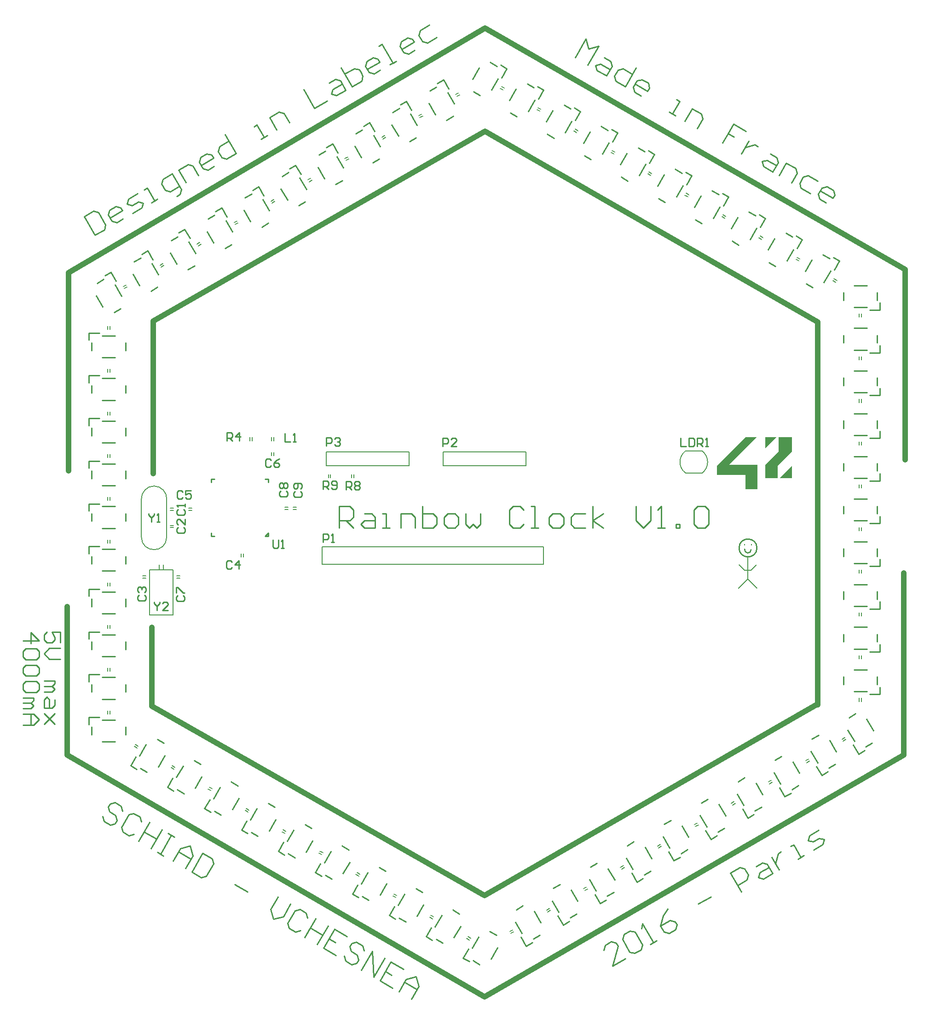
<source format=gto>
%FSLAX25Y25*%
%MOIN*%
G70*
G01*
G75*
G04 Layer_Color=65535*
%ADD10R,0.01969X0.05906*%
%ADD11R,0.05906X0.01969*%
G04:AMPARAMS|DCode=12|XSize=59.06mil|YSize=35.43mil|CornerRadius=0mil|HoleSize=0mil|Usage=FLASHONLY|Rotation=120.000|XOffset=0mil|YOffset=0mil|HoleType=Round|Shape=Rectangle|*
%AMROTATEDRECTD12*
4,1,4,0.03011,-0.01671,-0.00058,-0.03443,-0.03011,0.01671,0.00058,0.03443,0.03011,-0.01671,0.0*
%
%ADD12ROTATEDRECTD12*%

%ADD13R,0.05906X0.03543*%
G04:AMPARAMS|DCode=14|XSize=59.06mil|YSize=35.43mil|CornerRadius=0mil|HoleSize=0mil|Usage=FLASHONLY|Rotation=240.000|XOffset=0mil|YOffset=0mil|HoleType=Round|Shape=Rectangle|*
%AMROTATEDRECTD14*
4,1,4,-0.00058,0.03443,0.03011,0.01671,0.00058,-0.03443,-0.03011,-0.01671,-0.00058,0.03443,0.0*
%
%ADD14ROTATEDRECTD14*%

%ADD15R,0.03543X0.03150*%
G04:AMPARAMS|DCode=16|XSize=35.43mil|YSize=31.5mil|CornerRadius=0mil|HoleSize=0mil|Usage=FLASHONLY|Rotation=300.000|XOffset=0mil|YOffset=0mil|HoleType=Round|Shape=Rectangle|*
%AMROTATEDRECTD16*
4,1,4,-0.02250,0.00747,0.00478,0.02322,0.02250,-0.00747,-0.00478,-0.02322,-0.02250,0.00747,0.0*
%
%ADD16ROTATEDRECTD16*%

G04:AMPARAMS|DCode=17|XSize=35.43mil|YSize=31.5mil|CornerRadius=0mil|HoleSize=0mil|Usage=FLASHONLY|Rotation=60.000|XOffset=0mil|YOffset=0mil|HoleType=Round|Shape=Rectangle|*
%AMROTATEDRECTD17*
4,1,4,0.00478,-0.02322,-0.02250,-0.00747,-0.00478,0.02322,0.02250,0.00747,0.00478,-0.02322,0.0*
%
%ADD17ROTATEDRECTD17*%

%ADD18R,0.03150X0.03543*%
%ADD19C,0.01181*%
%ADD20C,0.01000*%
%ADD21C,0.03937*%
%ADD22C,0.02756*%
%ADD23C,0.01969*%
%ADD24C,0.11811*%
%ADD25C,0.07874*%
%ADD26C,0.06000*%
%ADD27C,0.07087*%
%ADD28C,0.05512*%
%ADD29C,0.12795*%
%ADD30C,0.15748*%
%ADD31C,0.17716*%
%ADD32C,0.11221*%
%ADD33C,0.05000*%
%ADD34R,0.09843X0.06299*%
%ADD35R,0.24803X0.22441*%
%ADD36C,0.01575*%
%ADD37C,0.00787*%
G36*
X222183Y44556D02*
X211783Y34156D01*
X211783Y25356D01*
X202983D01*
X202983Y34956D01*
X203783Y35756D01*
X212583Y44556D01*
X212583Y54956D01*
X222183D01*
X222183Y44556D01*
D02*
G37*
G36*
X195783Y54156D02*
X194983Y53356D01*
X194183Y52556D01*
X177383Y35756D01*
X176582Y34956D01*
X177383Y34956D01*
X197383D01*
Y17356D01*
X188583D01*
Y27756D01*
X167783D01*
X167783Y34156D01*
X168583Y34956D01*
X187783Y54156D01*
X188583Y54956D01*
X196583D01*
X195783Y54156D01*
D02*
G37*
G36*
X202983Y46956D02*
Y54956D01*
X210983D01*
X202983Y46956D01*
D02*
G37*
G36*
X222183Y25356D02*
X213383D01*
X222183Y34156D01*
X222183Y25356D01*
D02*
G37*
D20*
X187981Y-26215D02*
G03*
X192685Y-26302I2348J-261D01*
G01*
X196897Y-25197D02*
G03*
X196897Y-25197I-6470J0D01*
G01*
X-159252Y-16634D02*
X-156988Y-14370D01*
X-198327Y-16634D02*
X-196063D01*
X-198327D02*
Y-14370D01*
Y22441D02*
Y24705D01*
X-196063D01*
X-159252D02*
X-156988D01*
Y22441D02*
Y24705D01*
Y-16634D02*
Y-14370D01*
X-159252Y-16634D02*
X-156988D01*
X-30217Y313554D02*
X-26477Y307076D01*
X-34650Y310995D02*
X-30217Y313554D01*
X-27198Y304387D02*
X-22473Y296204D01*
X-40836Y296513D02*
X-36112Y288330D01*
X-27939Y284411D02*
X-23166Y287167D01*
X-40144Y305550D02*
X-35370Y308306D01*
X-56982Y298101D02*
X-53242Y291623D01*
X-61415Y295542D02*
X-56982Y298101D01*
X-53963Y288934D02*
X-49238Y280751D01*
X-67601Y281060D02*
X-62877Y272877D01*
X-54704Y268958D02*
X-49931Y271714D01*
X-66909Y290097D02*
X-62135Y292853D01*
X-83747Y282648D02*
X-80007Y276170D01*
X-88180Y280089D02*
X-83747Y282648D01*
X-80728Y273481D02*
X-76003Y265298D01*
X-94366Y265607D02*
X-89642Y257424D01*
X-81469Y253505D02*
X-76696Y256261D01*
X-93674Y274644D02*
X-88900Y277400D01*
X-110512Y267196D02*
X-106772Y260718D01*
X-114945Y264637D02*
X-110512Y267196D01*
X-107493Y258029D02*
X-102768Y249846D01*
X-121131Y250154D02*
X-116407Y241971D01*
X-108234Y238052D02*
X-103461Y240808D01*
X-120439Y259192D02*
X-115665Y261947D01*
X-137277Y251743D02*
X-133537Y245265D01*
X-141710Y249184D02*
X-137277Y251743D01*
X-134258Y242576D02*
X-129533Y234393D01*
X-147896Y234702D02*
X-143172Y226519D01*
X-134999Y222600D02*
X-130226Y225356D01*
X-147204Y243739D02*
X-142430Y246495D01*
X-164042Y236290D02*
X-160302Y229812D01*
X-168475Y233731D02*
X-164042Y236290D01*
X-161023Y227123D02*
X-156298Y218940D01*
X-174661Y219249D02*
X-169936Y211066D01*
X-161764Y207147D02*
X-156991Y209903D01*
X-173969Y228286D02*
X-169195Y231042D01*
X-190807Y220837D02*
X-187067Y214359D01*
X-195240Y218278D02*
X-190807Y220837D01*
X-187788Y211670D02*
X-183063Y203487D01*
X-201426Y203796D02*
X-196701Y195613D01*
X-188529Y191694D02*
X-183755Y194450D01*
X-200733Y212833D02*
X-195960Y215589D01*
X-217572Y205385D02*
X-213832Y198906D01*
X-222005Y202825D02*
X-217572Y205385D01*
X-214553Y196217D02*
X-209828Y188034D01*
X-228191Y188343D02*
X-223466Y180160D01*
X-215294Y176241D02*
X-210520Y178997D01*
X-227499Y197381D02*
X-222725Y200136D01*
X-244337Y189932D02*
X-240597Y183454D01*
X-248770Y187373D02*
X-244337Y189932D01*
X-241318Y180765D02*
X-236593Y172582D01*
X-254956Y172891D02*
X-250231Y164708D01*
X-242059Y160789D02*
X-237285Y163545D01*
X-254263Y181928D02*
X-249490Y184684D01*
X-271102Y174479D02*
X-267362Y168001D01*
X-275535Y171920D02*
X-271102Y174479D01*
X-268082Y165312D02*
X-263358Y157129D01*
X-281721Y157438D02*
X-276996Y149255D01*
X-268824Y145336D02*
X-264050Y148092D01*
X-281028Y166475D02*
X-276255Y169231D01*
X-286910Y130413D02*
X-279429D01*
X-286910Y125295D02*
Y130413D01*
X-277461Y128445D02*
X-268012D01*
X-277461Y112697D02*
X-268012D01*
X-260531Y117815D02*
Y123327D01*
X-284941Y117815D02*
Y123327D01*
X-286910Y99508D02*
X-279429D01*
X-286910Y94390D02*
Y99508D01*
X-277461Y97539D02*
X-268012D01*
X-277461Y81791D02*
X-268012D01*
X-260531Y86909D02*
Y92421D01*
X-284941Y86909D02*
Y92421D01*
X-286910Y68602D02*
X-279429D01*
X-286910Y63484D02*
Y68602D01*
X-277461Y66634D02*
X-268012D01*
X-277461Y50886D02*
X-268012D01*
X-260531Y56004D02*
Y61516D01*
X-284941Y56004D02*
Y61516D01*
X-286910Y37697D02*
X-279429D01*
X-286910Y32579D02*
Y37697D01*
X-277461Y35728D02*
X-268012D01*
X-277461Y19980D02*
X-268012D01*
X-260531Y25098D02*
Y30610D01*
X-284941Y25098D02*
Y30610D01*
X-286910Y6791D02*
X-279429D01*
X-286910Y1673D02*
Y6791D01*
X-277461Y4823D02*
X-268012D01*
X-277461Y-10925D02*
X-268012D01*
X-260531Y-5807D02*
Y-295D01*
X-284941Y-5807D02*
Y-295D01*
X-286910Y-24114D02*
X-279429D01*
X-286910Y-29232D02*
Y-24114D01*
X-277461Y-26083D02*
X-268012D01*
X-277461Y-41831D02*
X-268012D01*
X-260531Y-36713D02*
Y-31201D01*
X-284941Y-36713D02*
Y-31201D01*
X-286910Y-55020D02*
X-279429D01*
X-286910Y-60138D02*
Y-55020D01*
X-277461Y-56988D02*
X-268012D01*
X-277461Y-72736D02*
X-268012D01*
X-260531Y-67618D02*
Y-62106D01*
X-284941Y-67618D02*
Y-62106D01*
X-286910Y-85925D02*
X-279429D01*
X-286910Y-91043D02*
Y-85925D01*
X-277461Y-87894D02*
X-268012D01*
X-277461Y-103642D02*
X-268012D01*
X-260531Y-98524D02*
Y-93012D01*
X-284941Y-98524D02*
Y-93012D01*
X-286910Y-116831D02*
X-279429D01*
X-286910Y-121949D02*
Y-116831D01*
X-277461Y-118799D02*
X-268012D01*
X-277461Y-134547D02*
X-268012D01*
X-260531Y-129429D02*
Y-123917D01*
X-284941Y-129429D02*
Y-123917D01*
X-286910Y-147736D02*
X-279429D01*
X-286910Y-152854D02*
Y-147736D01*
X-277461Y-149705D02*
X-268012D01*
X-277461Y-165453D02*
X-268012D01*
X-260531Y-160335D02*
Y-154823D01*
X-284941Y-160335D02*
Y-154823D01*
X-256790Y-182845D02*
X-253050Y-176367D01*
X-256790Y-182845D02*
X-252358Y-185404D01*
X-250361Y-175647D02*
X-245637Y-167464D01*
X-236723Y-183521D02*
X-231999Y-175338D01*
X-237464Y-163545D02*
X-232691Y-166300D01*
X-249669Y-184684D02*
X-244896Y-187440D01*
X-230025Y-198298D02*
X-226285Y-191820D01*
X-230025Y-198298D02*
X-225593Y-200857D01*
X-223596Y-191099D02*
X-218872Y-182916D01*
X-209958Y-198973D02*
X-205234Y-190790D01*
X-210699Y-178997D02*
X-205926Y-181753D01*
X-222904Y-200136D02*
X-218131Y-202892D01*
X-203260Y-213751D02*
X-199520Y-207273D01*
X-203260Y-213751D02*
X-198828Y-216310D01*
X-196831Y-206552D02*
X-192107Y-198369D01*
X-183193Y-214426D02*
X-178469Y-206243D01*
X-183934Y-194450D02*
X-179161Y-197206D01*
X-196139Y-215589D02*
X-191366Y-218345D01*
X-176496Y-229204D02*
X-172755Y-222725D01*
X-176496Y-229204D02*
X-172063Y-231763D01*
X-170066Y-222005D02*
X-165342Y-213822D01*
X-156428Y-229879D02*
X-151704Y-221696D01*
X-157169Y-209903D02*
X-152396Y-212659D01*
X-169374Y-231042D02*
X-164601Y-233798D01*
X-149731Y-244656D02*
X-145990Y-238178D01*
X-149731Y-244656D02*
X-145298Y-247215D01*
X-143301Y-237458D02*
X-138577Y-229275D01*
X-129663Y-245332D02*
X-124939Y-237149D01*
X-130404Y-225356D02*
X-125631Y-228112D01*
X-142609Y-246495D02*
X-137836Y-249251D01*
X-122966Y-260109D02*
X-119225Y-253631D01*
X-122966Y-260109D02*
X-118533Y-262668D01*
X-116536Y-252910D02*
X-111812Y-244727D01*
X-102898Y-260784D02*
X-98174Y-252602D01*
X-103639Y-240808D02*
X-98866Y-243564D01*
X-115844Y-261948D02*
X-111071Y-264703D01*
X-96201Y-275562D02*
X-92461Y-269084D01*
X-96201Y-275562D02*
X-91768Y-278121D01*
X-89771Y-268363D02*
X-85047Y-260180D01*
X-76133Y-276237D02*
X-71409Y-268054D01*
X-76875Y-256261D02*
X-72101Y-259017D01*
X-89079Y-277400D02*
X-84306Y-280156D01*
X-69436Y-291015D02*
X-65696Y-284536D01*
X-69436Y-291015D02*
X-65003Y-293574D01*
X-63007Y-283816D02*
X-58282Y-275633D01*
X-49368Y-291690D02*
X-44644Y-283507D01*
X-50109Y-271714D02*
X-45336Y-274470D01*
X-62314Y-292853D02*
X-57541Y-295609D01*
X-42671Y-306467D02*
X-38931Y-299989D01*
X-42671Y-306467D02*
X-38238Y-309026D01*
X-36241Y-299269D02*
X-31517Y-291086D01*
X-22603Y-307143D02*
X-17879Y-298960D01*
X-23345Y-287167D02*
X-18571Y-289923D01*
X-35549Y-308306D02*
X-30776Y-311062D01*
X-15906Y-321920D02*
X-12166Y-315442D01*
X-15906Y-321920D02*
X-11473Y-324479D01*
X-9477Y-314721D02*
X-4752Y-306539D01*
X4162Y-322595D02*
X8886Y-314412D01*
X3420Y-302619D02*
X8194Y-305375D01*
X-8784Y-323759D02*
X-4011Y-326515D01*
X25948Y-306843D02*
X29689Y-313321D01*
X34121Y-310762D01*
X21945Y-295971D02*
X26669Y-304154D01*
X35583Y-288097D02*
X40307Y-296280D01*
X22637Y-286934D02*
X27410Y-284178D01*
X34841Y-308073D02*
X39615Y-305317D01*
X52713Y-291391D02*
X56454Y-297869D01*
X60886Y-295310D01*
X48709Y-280519D02*
X53434Y-288702D01*
X62348Y-272645D02*
X67072Y-280827D01*
X49402Y-271481D02*
X54175Y-268725D01*
X61606Y-292621D02*
X66380Y-289865D01*
X79478Y-275938D02*
X83218Y-282416D01*
X87651Y-279857D01*
X75474Y-265066D02*
X80199Y-273249D01*
X89113Y-257192D02*
X93837Y-265375D01*
X76167Y-256029D02*
X80940Y-253273D01*
X88371Y-277168D02*
X93145Y-274412D01*
X106243Y-260485D02*
X109983Y-266963D01*
X114416Y-264404D01*
X102239Y-249613D02*
X106964Y-257796D01*
X115877Y-241739D02*
X120602Y-249922D01*
X102932Y-240576D02*
X107705Y-237820D01*
X115136Y-261715D02*
X119910Y-258959D01*
X133008Y-245032D02*
X136748Y-251511D01*
X141181Y-248951D01*
X129004Y-234160D02*
X133729Y-242343D01*
X142642Y-226286D02*
X147367Y-234469D01*
X129697Y-225123D02*
X134470Y-222367D01*
X141901Y-246262D02*
X146675Y-243507D01*
X159773Y-229580D02*
X163513Y-236058D01*
X167946Y-233499D01*
X155769Y-218708D02*
X160494Y-226890D01*
X169407Y-210834D02*
X174132Y-219017D01*
X156462Y-209670D02*
X161235Y-206914D01*
X168666Y-230810D02*
X173440Y-228054D01*
X186538Y-214127D02*
X190278Y-220605D01*
X194711Y-218046D01*
X182534Y-203255D02*
X187259Y-211438D01*
X196172Y-195381D02*
X200897Y-203564D01*
X183227Y-194218D02*
X188000Y-191462D01*
X195431Y-215357D02*
X200205Y-212601D01*
X213303Y-198674D02*
X217043Y-205152D01*
X221476Y-202593D01*
X209299Y-187802D02*
X214024Y-195985D01*
X222937Y-179928D02*
X227662Y-188111D01*
X209991Y-178765D02*
X214765Y-176009D01*
X222196Y-199904D02*
X226970Y-197148D01*
X240083Y-183213D02*
X243823Y-189691D01*
X248255Y-187132D01*
X236079Y-172341D02*
X240803Y-180524D01*
X249717Y-164467D02*
X254441Y-172650D01*
X236771Y-163304D02*
X241544Y-160548D01*
X248976Y-184443D02*
X253749Y-181687D01*
X266771Y-167804D02*
X270512Y-174282D01*
X274944Y-171723D01*
X262768Y-156932D02*
X267492Y-165115D01*
X276406Y-149058D02*
X281130Y-157241D01*
X263460Y-147895D02*
X268233Y-145139D01*
X275664Y-169034D02*
X280438Y-166278D01*
X278543Y-131102D02*
X286024D01*
Y-125984D01*
X267126Y-129134D02*
X276575D01*
X267126Y-113386D02*
X276575D01*
X259646Y-124016D02*
Y-118504D01*
X284055Y-124016D02*
Y-118504D01*
X278543Y-100197D02*
X286024D01*
Y-95079D01*
X267126Y-98228D02*
X276575D01*
X267126Y-82480D02*
X276575D01*
X259646Y-93110D02*
Y-87598D01*
X284055Y-93110D02*
Y-87598D01*
X278543Y-69291D02*
X286024D01*
Y-64173D01*
X267126Y-67323D02*
X276575D01*
X267126Y-51575D02*
X276575D01*
X259646Y-62205D02*
Y-56693D01*
X284055Y-62205D02*
Y-56693D01*
X278543Y-38386D02*
X286024D01*
Y-33268D01*
X267126Y-36417D02*
X276575D01*
X267126Y-20669D02*
X276575D01*
X259646Y-31299D02*
Y-25787D01*
X284055Y-31299D02*
Y-25787D01*
X278543Y-7480D02*
X286024D01*
Y-2362D01*
X267126Y-5512D02*
X276575D01*
X267126Y10236D02*
X276575D01*
X259646Y-394D02*
Y5118D01*
X284055Y-394D02*
Y5118D01*
X278543Y23425D02*
X286024D01*
Y28543D01*
X267126Y25394D02*
X276575D01*
X267126Y41142D02*
X276575D01*
X259646Y30512D02*
Y36024D01*
X284055Y30512D02*
Y36024D01*
X278543Y54331D02*
X286024D01*
Y59449D01*
X267126Y56299D02*
X276575D01*
X267126Y72047D02*
X276575D01*
X259646Y61417D02*
Y66929D01*
X284055Y61417D02*
Y66929D01*
X278543Y85236D02*
X286024D01*
Y90354D01*
X267126Y87205D02*
X276575D01*
X267126Y102953D02*
X276575D01*
X259646Y92323D02*
Y97835D01*
X284055Y92323D02*
Y97835D01*
X278543Y116142D02*
X286024D01*
Y121260D01*
X267126Y118110D02*
X276575D01*
X267126Y133858D02*
X276575D01*
X259646Y123228D02*
Y128740D01*
X284055Y123228D02*
Y128740D01*
X278543Y147047D02*
X286024D01*
Y152165D01*
X267126Y149016D02*
X276575D01*
X267126Y164764D02*
X276575D01*
X259646Y154134D02*
Y159646D01*
X284055Y154134D02*
Y159646D01*
X252850Y176017D02*
X256590Y182495D01*
X252157Y185054D02*
X256590Y182495D01*
X245436Y167114D02*
X250161Y175297D01*
X231798Y174988D02*
X236523Y183171D01*
X232490Y165951D02*
X237264Y163195D01*
X244695Y187090D02*
X249468Y184334D01*
X225999Y191519D02*
X229740Y197997D01*
X225307Y200556D02*
X229740Y197997D01*
X218586Y182616D02*
X223310Y190798D01*
X204948Y190490D02*
X209672Y198673D01*
X205640Y181452D02*
X210414Y178697D01*
X217845Y202592D02*
X222618Y199836D01*
X199235Y206972D02*
X202975Y213450D01*
X198542Y216009D02*
X202975Y213450D01*
X191821Y198068D02*
X196546Y206251D01*
X178183Y205942D02*
X182907Y214125D01*
X178875Y196905D02*
X183649Y194149D01*
X191080Y218044D02*
X195853Y215288D01*
X172555Y222375D02*
X176295Y228854D01*
X171863Y231413D02*
X176295Y228854D01*
X165141Y213472D02*
X169866Y221655D01*
X151503Y221346D02*
X156228Y229529D01*
X152196Y212309D02*
X156969Y209553D01*
X164400Y233448D02*
X169174Y230692D01*
X145875Y237779D02*
X149615Y244257D01*
X145183Y246816D02*
X149615Y244257D01*
X138462Y228875D02*
X143186Y237058D01*
X124823Y236750D02*
X129548Y244932D01*
X125516Y227712D02*
X130289Y224956D01*
X137721Y248851D02*
X142494Y246096D01*
X119025Y253281D02*
X122765Y259759D01*
X118333Y262318D02*
X122765Y259759D01*
X111611Y244377D02*
X116336Y252560D01*
X97973Y252252D02*
X102698Y260434D01*
X98665Y243214D02*
X103439Y240458D01*
X110870Y264353D02*
X115644Y261598D01*
X92226Y268753D02*
X95966Y275232D01*
X91534Y277790D02*
X95966Y275232D01*
X84812Y259850D02*
X89537Y268033D01*
X71174Y267724D02*
X75899Y275907D01*
X71867Y258687D02*
X76640Y255931D01*
X84071Y279826D02*
X88845Y277070D01*
X65376Y284255D02*
X69116Y290733D01*
X64683Y293292D02*
X69116Y290733D01*
X57962Y275352D02*
X62687Y283535D01*
X44324Y283226D02*
X49049Y291409D01*
X45016Y274189D02*
X49790Y271433D01*
X57221Y295328D02*
X61994Y292572D01*
X38631Y299697D02*
X42371Y306175D01*
X37938Y308734D02*
X42371Y306175D01*
X31217Y290793D02*
X35941Y298976D01*
X17579Y298667D02*
X22303Y306850D01*
X18271Y289630D02*
X23044Y286874D01*
X30476Y310769D02*
X35249Y308013D01*
X11870Y315147D02*
X15610Y321625D01*
X11178Y324184D02*
X15610Y321625D01*
X4457Y306243D02*
X9181Y314426D01*
X-9181Y314117D02*
X-4457Y322300D01*
X-8489Y305080D02*
X-3716Y302324D01*
X3716Y326219D02*
X8489Y323463D01*
X141731Y54356D02*
Y48358D01*
X145730D01*
X147729Y54356D02*
Y48358D01*
X150728D01*
X151728Y49358D01*
Y53356D01*
X150728Y54356D01*
X147729D01*
X153727Y48358D02*
Y54356D01*
X156726D01*
X157726Y53356D01*
Y51357D01*
X156726Y50357D01*
X153727D01*
X155727D02*
X157726Y48358D01*
X159725D02*
X161725D01*
X160725D01*
Y54356D01*
X159725Y53356D01*
X-222498Y2499D02*
X-223498Y1499D01*
Y-500D01*
X-222498Y-1500D01*
X-218500D01*
X-217500Y-500D01*
Y1499D01*
X-218500Y2499D01*
X-217500Y4498D02*
Y6497D01*
Y5498D01*
X-223498D01*
X-222498Y4498D01*
Y-10501D02*
X-223498Y-11501D01*
Y-13500D01*
X-222498Y-14500D01*
X-218500D01*
X-217500Y-13500D01*
Y-11501D01*
X-218500Y-10501D01*
X-217500Y-4503D02*
Y-8502D01*
X-221499Y-4503D01*
X-222498D01*
X-223498Y-5503D01*
Y-7502D01*
X-222498Y-8502D01*
X-250865Y-59387D02*
X-251864Y-60387D01*
Y-62386D01*
X-250865Y-63386D01*
X-246866D01*
X-245866Y-62386D01*
Y-60387D01*
X-246866Y-59387D01*
X-250865Y-57388D02*
X-251864Y-56388D01*
Y-54389D01*
X-250865Y-53389D01*
X-249865D01*
X-248865Y-54389D01*
Y-55388D01*
Y-54389D01*
X-247866Y-53389D01*
X-246866D01*
X-245866Y-54389D01*
Y-56388D01*
X-246866Y-57388D01*
X-183403Y-35258D02*
X-184403Y-34258D01*
X-186402D01*
X-187402Y-35258D01*
Y-39256D01*
X-186402Y-40256D01*
X-184403D01*
X-183403Y-39256D01*
X-178404Y-40256D02*
Y-34258D01*
X-181404Y-37257D01*
X-177405D01*
X-219033Y15333D02*
X-220033Y16333D01*
X-222032D01*
X-223031Y15333D01*
Y11334D01*
X-222032Y10335D01*
X-220033D01*
X-219033Y11334D01*
X-213035Y16333D02*
X-217033D01*
Y13334D01*
X-215034Y14333D01*
X-214034D01*
X-213035Y13334D01*
Y11334D01*
X-214034Y10335D01*
X-216034D01*
X-217033Y11334D01*
X-155155Y38364D02*
X-156155Y39364D01*
X-158154D01*
X-159153Y38364D01*
Y34366D01*
X-158154Y33366D01*
X-156155D01*
X-155155Y34366D01*
X-149157Y39364D02*
X-151156Y38364D01*
X-153156Y36365D01*
Y34366D01*
X-152156Y33366D01*
X-150156D01*
X-149157Y34366D01*
Y35366D01*
X-150156Y36365D01*
X-153156D01*
X-222715Y-59781D02*
X-223715Y-60781D01*
Y-62780D01*
X-222715Y-63779D01*
X-218716D01*
X-217717Y-62780D01*
Y-60781D01*
X-218716Y-59781D01*
X-223715Y-57781D02*
Y-53783D01*
X-222715D01*
X-218716Y-57781D01*
X-217717D01*
X-148014Y15965D02*
X-149014Y14965D01*
Y12966D01*
X-148014Y11966D01*
X-144015D01*
X-143016Y12966D01*
Y14965D01*
X-144015Y15965D01*
X-148014Y17964D02*
X-149014Y18964D01*
Y20963D01*
X-148014Y21963D01*
X-147014D01*
X-146015Y20963D01*
X-145015Y21963D01*
X-144015D01*
X-143016Y20963D01*
Y18964D01*
X-144015Y17964D01*
X-145015D01*
X-146015Y18964D01*
X-147014Y17964D01*
X-148014D01*
X-146015Y18964D02*
Y20963D01*
X-137682Y15766D02*
X-138681Y14767D01*
Y12767D01*
X-137682Y11768D01*
X-133683D01*
X-132684Y12767D01*
Y14767D01*
X-133683Y15766D01*
Y17766D02*
X-132684Y18766D01*
Y20765D01*
X-133683Y21765D01*
X-137682D01*
X-138681Y20765D01*
Y18766D01*
X-137682Y17766D01*
X-136682D01*
X-135682Y18766D01*
Y21765D01*
X-145079Y57671D02*
Y51673D01*
X-141080D01*
X-139081D02*
X-137081D01*
X-138081D01*
Y57671D01*
X-139081Y56672D01*
X-30569Y48280D02*
Y54278D01*
X-27570D01*
X-26571Y53278D01*
Y51279D01*
X-27570Y50279D01*
X-30569D01*
X-20572Y48280D02*
X-24571D01*
X-20572Y52278D01*
Y53278D01*
X-21572Y54278D01*
X-23572D01*
X-24571Y53278D01*
X-115100Y48800D02*
Y54798D01*
X-112101D01*
X-111101Y53798D01*
Y51799D01*
X-112101Y50799D01*
X-115100D01*
X-109102Y53798D02*
X-108102Y54798D01*
X-106103D01*
X-105103Y53798D01*
Y52799D01*
X-106103Y51799D01*
X-107103D01*
X-106103D01*
X-105103Y50799D01*
Y49800D01*
X-106103Y48800D01*
X-108102D01*
X-109102Y49800D01*
X-187001Y52461D02*
Y58459D01*
X-184002D01*
X-183002Y57459D01*
Y55460D01*
X-184002Y54460D01*
X-187001D01*
X-185001D02*
X-183002Y52461D01*
X-178004D02*
Y58459D01*
X-181003Y55460D01*
X-177004D01*
X-100787Y17126D02*
Y23124D01*
X-97788D01*
X-96789Y22124D01*
Y20125D01*
X-97788Y19125D01*
X-100787D01*
X-98788D02*
X-96789Y17126D01*
X-94789Y22124D02*
X-93790Y23124D01*
X-91790D01*
X-90791Y22124D01*
Y21125D01*
X-91790Y20125D01*
X-90791Y19125D01*
Y18126D01*
X-91790Y17126D01*
X-93790D01*
X-94789Y18126D01*
Y19125D01*
X-93790Y20125D01*
X-94789Y21125D01*
Y22124D01*
X-93790Y20125D02*
X-91790D01*
X-117421Y17224D02*
Y23223D01*
X-114422D01*
X-113423Y22223D01*
Y20223D01*
X-114422Y19224D01*
X-117421D01*
X-115422D02*
X-113423Y17224D01*
X-111423Y18224D02*
X-110424Y17224D01*
X-108424D01*
X-107424Y18224D01*
Y22223D01*
X-108424Y23223D01*
X-110424D01*
X-111423Y22223D01*
Y21223D01*
X-110424Y20223D01*
X-107424D01*
X-153740Y-19199D02*
Y-24197D01*
X-152741Y-25197D01*
X-150741D01*
X-149741Y-24197D01*
Y-19199D01*
X-147742Y-25197D02*
X-145743D01*
X-146742D01*
Y-19199D01*
X-147742Y-20199D01*
X-243701Y-301D02*
Y-1301D01*
X-241701Y-3300D01*
X-239702Y-1301D01*
Y-301D01*
X-241701Y-3300D02*
Y-6299D01*
X-237703D02*
X-235703D01*
X-236703D01*
Y-301D01*
X-237703Y-1301D01*
X-239620Y-64454D02*
Y-65454D01*
X-237620Y-67453D01*
X-235621Y-65454D01*
Y-64454D01*
X-237620Y-67453D02*
Y-70452D01*
X-229623D02*
X-233622D01*
X-229623Y-66453D01*
Y-65454D01*
X-230623Y-64454D01*
X-232622D01*
X-233622Y-65454D01*
X-117500Y-20900D02*
Y-14902D01*
X-114501D01*
X-113501Y-15902D01*
Y-17901D01*
X-114501Y-18901D01*
X-117500D01*
X-111502Y-20900D02*
X-109503D01*
X-110502D01*
Y-14902D01*
X-111502Y-15902D01*
X-334842Y-92222D02*
X-323035D01*
X-328939Y-86319D01*
Y-94190D01*
X-325003Y-98126D02*
X-323035Y-100094D01*
Y-104030D01*
X-325003Y-105998D01*
X-332875D01*
X-334842Y-104030D01*
Y-100094D01*
X-332875Y-98126D01*
X-325003D01*
Y-109933D02*
X-323035Y-111901D01*
Y-115837D01*
X-325003Y-117805D01*
X-332875D01*
X-334842Y-115837D01*
Y-111901D01*
X-332875Y-109933D01*
X-325003D01*
Y-121740D02*
X-323035Y-123708D01*
Y-127644D01*
X-325003Y-129612D01*
X-332875D01*
X-334842Y-127644D01*
Y-123708D01*
X-332875Y-121740D01*
X-325003D01*
X-334842Y-133548D02*
X-326971D01*
Y-135516D01*
X-328939Y-137483D01*
X-334842D01*
X-328939D01*
X-326971Y-139451D01*
X-328939Y-141419D01*
X-334842D01*
Y-145355D02*
X-326971D01*
X-323035Y-149291D01*
X-326971Y-153226D01*
X-334842D01*
X-328939D01*
Y-145355D01*
X-307681Y-93797D02*
Y-85925D01*
X-313585D01*
X-311617Y-89861D01*
Y-91829D01*
X-313585Y-93797D01*
X-317520D01*
X-319488Y-91829D01*
Y-87893D01*
X-317520Y-85925D01*
X-307681Y-97732D02*
X-315552D01*
X-319488Y-101668D01*
X-315552Y-105604D01*
X-307681D01*
X-319488Y-121347D02*
X-311617D01*
Y-123315D01*
X-313585Y-125283D01*
X-319488D01*
X-313585D01*
X-311617Y-127250D01*
X-313585Y-129218D01*
X-319488D01*
X-311617Y-135122D02*
Y-139058D01*
X-313585Y-141025D01*
X-319488D01*
Y-135122D01*
X-317520Y-133154D01*
X-315552Y-135122D01*
Y-141025D01*
X-311617Y-144961D02*
X-319488Y-152833D01*
X-315552Y-148897D01*
X-311617Y-152833D01*
X-319488Y-144961D01*
X-262698Y-215540D02*
X-263658Y-211955D01*
X-268203Y-209332D01*
X-271787Y-210292D01*
X-273099Y-212564D01*
X-272138Y-216149D01*
X-267594Y-218772D01*
X-266633Y-222357D01*
X-267945Y-224629D01*
X-271530Y-225589D01*
X-276074Y-222966D01*
X-277034Y-219381D01*
X-249064Y-223411D02*
X-250024Y-219827D01*
X-254569Y-217203D01*
X-258153Y-218163D01*
X-263401Y-227253D01*
X-262440Y-230837D01*
X-257896Y-233461D01*
X-254312Y-232500D01*
X-243207Y-223763D02*
X-251079Y-237397D01*
X-247143Y-230580D01*
X-238054Y-235827D01*
X-234118Y-229010D01*
X-241990Y-242644D01*
X-229574Y-231634D02*
X-225029Y-234258D01*
X-227301Y-232946D01*
X-235173Y-246580D01*
X-237445Y-245268D01*
X-232901Y-247892D01*
X-226084Y-251828D02*
X-220836Y-242738D01*
X-213667Y-240817D01*
X-211747Y-247986D01*
X-216994Y-257075D01*
X-213059Y-250258D01*
X-222148Y-245011D01*
X-204578Y-246065D02*
X-212450Y-259699D01*
X-205633Y-263635D01*
X-202049Y-262674D01*
X-196801Y-253585D01*
X-197761Y-250001D01*
X-204578Y-246065D01*
X-181246Y-268625D02*
X-172157Y-273873D01*
X-150043Y-277551D02*
X-155291Y-286640D01*
X-153370Y-293809D01*
X-146202Y-291888D01*
X-140954Y-282799D01*
X-128632Y-292943D02*
X-129593Y-289358D01*
X-134137Y-286735D01*
X-137721Y-287695D01*
X-142969Y-296784D01*
X-142009Y-300368D01*
X-137464Y-302992D01*
X-133880Y-302032D01*
X-122776Y-293294D02*
X-130647Y-306928D01*
X-126711Y-300111D01*
X-117622Y-305359D01*
X-113686Y-298542D01*
X-121558Y-312175D01*
X-100053Y-306413D02*
X-109142Y-301166D01*
X-117013Y-314799D01*
X-107924Y-320047D01*
X-113078Y-307982D02*
X-108533Y-310606D01*
X-87731Y-316557D02*
X-88691Y-312973D01*
X-93236Y-310349D01*
X-96820Y-311309D01*
X-98132Y-313582D01*
X-97171Y-317166D01*
X-92627Y-319790D01*
X-91667Y-323374D01*
X-92978Y-325646D01*
X-96563Y-326606D01*
X-101107Y-323983D01*
X-102068Y-320398D01*
X-89746Y-330542D02*
X-81874Y-316908D01*
X-80657Y-335790D01*
X-72785Y-322156D01*
X-59151Y-330028D02*
X-68240Y-324780D01*
X-76112Y-338414D01*
X-67023Y-343661D01*
X-72176Y-331597D02*
X-67632Y-334221D01*
X-62478Y-346285D02*
X-57231Y-337196D01*
X-50062Y-335275D01*
X-48141Y-342444D01*
X-53389Y-351533D01*
X-49453Y-344716D01*
X-58542Y-339468D01*
X101511Y-322410D02*
X92421Y-327658D01*
X96263Y-313321D01*
X94951Y-311048D01*
X91367Y-310088D01*
X86822Y-312712D01*
X85862Y-316296D01*
X99496Y-308424D02*
X100456Y-304840D01*
X105000Y-302217D01*
X108585Y-303177D01*
X113832Y-312266D01*
X112872Y-315850D01*
X108327Y-318474D01*
X104743Y-317514D01*
X99496Y-308424D01*
X119689Y-311914D02*
X124233Y-309291D01*
X121961Y-310603D01*
X114090Y-296969D01*
X113129Y-300553D01*
X132268Y-286473D02*
X129035Y-291370D01*
X127115Y-298538D01*
X129738Y-303083D01*
X133323Y-304043D01*
X137867Y-301419D01*
X138828Y-297835D01*
X137516Y-295563D01*
X133932Y-294602D01*
X127115Y-298538D01*
X154382Y-282795D02*
X163471Y-277548D01*
X185585Y-273869D02*
X177714Y-260235D01*
X184531Y-256300D01*
X188115Y-257260D01*
X190739Y-261805D01*
X189778Y-265389D01*
X182962Y-269324D01*
X196244Y-255596D02*
X200788Y-252973D01*
X204373Y-253933D01*
X208308Y-260750D01*
X201492Y-264686D01*
X197907Y-263725D01*
X198868Y-260141D01*
X205685Y-256205D01*
X207605Y-249037D02*
X212853Y-258126D01*
X210229Y-253582D01*
X211190Y-249997D01*
X212150Y-246413D01*
X214422Y-245101D01*
X226487Y-250255D02*
X231031Y-247631D01*
X228759Y-248943D01*
X223512Y-239854D01*
X221239Y-241165D01*
X237848Y-243695D02*
X244665Y-239759D01*
X245626Y-236175D01*
X242041Y-235215D01*
X237497Y-237839D01*
X233913Y-236878D01*
X234873Y-233294D01*
X241690Y-229358D01*
X-105807Y-10728D02*
Y5015D01*
X-97936D01*
X-95312Y2391D01*
Y-2857D01*
X-97936Y-5481D01*
X-105807D01*
X-100559D02*
X-95312Y-10728D01*
X-87440Y-233D02*
X-82193D01*
X-79569Y-2857D01*
Y-10728D01*
X-87440D01*
X-90064Y-8105D01*
X-87440Y-5481D01*
X-79569D01*
X-74321Y-10728D02*
X-69074D01*
X-71697D01*
Y-233D01*
X-74321D01*
X-61202Y-10728D02*
Y-233D01*
X-53331D01*
X-50707Y-2857D01*
Y-10728D01*
X-45459Y5015D02*
Y-10728D01*
X-37588D01*
X-34964Y-8105D01*
Y-5481D01*
Y-2857D01*
X-37588Y-233D01*
X-45459D01*
X-27092Y-10728D02*
X-21845D01*
X-19221Y-8105D01*
Y-2857D01*
X-21845Y-233D01*
X-27092D01*
X-29716Y-2857D01*
Y-8105D01*
X-27092Y-10728D01*
X-13973Y-233D02*
Y-8105D01*
X-11349Y-10728D01*
X-8726Y-8105D01*
X-6102Y-10728D01*
X-3478Y-8105D01*
Y-233D01*
X28008Y2391D02*
X25384Y5015D01*
X20136D01*
X17513Y2391D01*
Y-8105D01*
X20136Y-10728D01*
X25384D01*
X28008Y-8105D01*
X33255Y-10728D02*
X38503D01*
X35879D01*
Y5015D01*
X33255D01*
X48998Y-10728D02*
X54246D01*
X56870Y-8105D01*
Y-2857D01*
X54246Y-233D01*
X48998D01*
X46375Y-2857D01*
Y-8105D01*
X48998Y-10728D01*
X72613Y-233D02*
X64741D01*
X62118Y-2857D01*
Y-8105D01*
X64741Y-10728D01*
X72613D01*
X77861D02*
Y5015D01*
Y-5481D02*
X85732Y-233D01*
X77861Y-5481D02*
X85732Y-10728D01*
X109346Y5015D02*
Y-5481D01*
X114594Y-10728D01*
X119842Y-5481D01*
Y5015D01*
X125089Y-10728D02*
X130337D01*
X127713D01*
Y5015D01*
X125089Y2391D01*
X138208Y-10728D02*
Y-8105D01*
X140832D01*
Y-10728D01*
X138208D01*
X151328Y2391D02*
X153951Y5015D01*
X159199D01*
X161823Y2391D01*
Y-8105D01*
X159199Y-10728D01*
X153951D01*
X151328Y-8105D01*
Y2391D01*
X-290549Y214815D02*
X-282677Y201181D01*
X-275860Y205117D01*
X-274900Y208701D01*
X-280148Y217790D01*
X-283732Y218751D01*
X-290549Y214815D01*
X-262227Y212988D02*
X-266771Y210365D01*
X-270355Y211325D01*
X-272979Y215869D01*
X-272019Y219454D01*
X-267474Y222077D01*
X-263890Y221117D01*
X-262578Y218845D01*
X-271667Y213597D01*
X-255410Y216924D02*
X-248593Y220860D01*
X-247632Y224444D01*
X-251217Y225404D01*
X-255761Y222780D01*
X-259345Y223741D01*
X-258385Y227325D01*
X-251568Y231261D01*
X-241776Y224796D02*
X-237231Y227419D01*
X-239504Y226107D01*
X-244751Y235197D01*
X-247024Y233885D01*
X-223246Y229434D02*
X-220974Y230746D01*
X-220013Y234330D01*
X-226573Y245692D01*
X-233390Y241756D01*
X-234350Y238172D01*
X-231726Y233627D01*
X-228142Y232667D01*
X-221325Y236603D01*
X-216780Y239227D02*
X-222028Y248316D01*
X-215211Y252252D01*
X-211627Y251291D01*
X-207691Y244474D01*
X-196330Y251034D02*
X-200874Y248410D01*
X-204459Y249370D01*
X-207083Y253915D01*
X-206122Y257499D01*
X-201577Y260123D01*
X-197993Y259163D01*
X-196681Y256890D01*
X-205771Y251643D01*
X-188295Y273851D02*
X-180424Y260217D01*
X-187241Y256281D01*
X-190825Y257242D01*
X-193449Y261786D01*
X-192488Y265371D01*
X-185671Y269306D01*
X-162245Y270712D02*
X-157701Y273336D01*
X-159973Y272024D01*
X-165221Y281114D01*
X-167493Y279802D01*
X-150884Y277272D02*
X-156131Y286361D01*
X-149315Y290297D01*
X-145730Y289336D01*
X-141795Y282520D01*
X-131488Y306649D02*
X-123616Y293015D01*
X-114527Y298263D01*
X-112958Y311287D02*
X-108413Y313911D01*
X-104829Y312951D01*
X-100893Y306134D01*
X-107710Y302198D01*
X-111294Y303159D01*
X-110334Y306743D01*
X-103517Y310679D01*
X-104220Y322392D02*
X-96349Y308758D01*
X-89532Y312694D01*
X-88572Y316278D01*
X-89883Y318550D01*
X-91195Y320822D01*
X-94779Y321783D01*
X-101596Y317847D01*
X-75898Y320565D02*
X-80443Y317941D01*
X-84027Y318902D01*
X-86651Y323446D01*
X-85690Y327030D01*
X-81146Y329654D01*
X-77561Y328694D01*
X-76250Y326422D01*
X-85339Y321174D01*
X-69081Y324501D02*
X-64537Y327125D01*
X-66809Y325813D01*
X-74680Y339446D01*
X-76953Y338135D01*
X-50903Y334996D02*
X-55447Y332372D01*
X-59032Y333333D01*
X-61655Y337877D01*
X-60695Y341461D01*
X-56150Y344085D01*
X-52566Y343125D01*
X-51254Y340853D01*
X-60343Y335605D01*
X-40244Y353269D02*
X-47061Y349333D01*
X-48022Y345749D01*
X-45398Y341204D01*
X-41814Y340244D01*
X-34997Y344180D01*
X65158Y329626D02*
X73029Y343260D01*
X74950Y336091D01*
X82118Y338012D01*
X74247Y324378D01*
X86311Y329532D02*
X90856Y326908D01*
X91816Y323324D01*
X87880Y316507D01*
X81064Y320443D01*
X80103Y324027D01*
X83687Y324987D01*
X90504Y321052D01*
X109386Y322269D02*
X101514Y308635D01*
X94697Y312571D01*
X93737Y316155D01*
X96361Y320700D01*
X99945Y321660D01*
X106762Y317725D01*
X112876Y302076D02*
X108331Y304700D01*
X107371Y308284D01*
X109995Y312828D01*
X113579Y313789D01*
X118123Y311165D01*
X119084Y307581D01*
X117772Y305309D01*
X108683Y310556D01*
X133326Y290269D02*
X137871Y287645D01*
X135599Y288957D01*
X140846Y298046D01*
X138574Y299358D01*
X144688Y283709D02*
X149935Y292798D01*
X156752Y288862D01*
X157713Y285278D01*
X153777Y278461D01*
X188916Y276352D02*
X179827Y281600D01*
X175891Y274783D01*
X180436Y272159D01*
X175891Y274783D01*
X171956Y267966D01*
X190837Y269184D02*
X185589Y260095D01*
X188213Y264639D01*
X191797Y265600D01*
X195381Y266560D01*
X197654Y265248D01*
X206743Y260000D02*
X211288Y257377D01*
X212248Y253792D01*
X208312Y246976D01*
X201495Y250911D01*
X200535Y254496D01*
X204119Y255456D01*
X210936Y251520D01*
X212857Y244352D02*
X218105Y253441D01*
X224921Y249505D01*
X225882Y245921D01*
X221946Y239104D01*
X240827Y240322D02*
X234011Y244257D01*
X230426Y243297D01*
X227802Y238753D01*
X228763Y235168D01*
X235580Y231233D01*
X246941Y224673D02*
X242397Y227297D01*
X241436Y230881D01*
X244060Y235426D01*
X247644Y236386D01*
X252189Y233762D01*
X253149Y230178D01*
X251837Y227906D01*
X242748Y233153D01*
D21*
X0Y351083D02*
X304260Y176378D01*
X304261Y38585D01*
X-240453Y28642D02*
Y138878D01*
X-301870Y30512D02*
Y174114D01*
X-302559Y-174902D02*
Y-67520D01*
Y-174902D02*
X-295Y-350000D01*
X303445Y-174902D01*
Y-43407D01*
X-301870Y174114D02*
X0Y351083D01*
X-241340Y-82776D02*
X-241339Y-139813D01*
X-471Y-276635D02*
X240059Y-138681D01*
X-241393Y-139813D02*
X-471Y-276635D01*
X240846Y-138681D02*
Y138189D01*
X0Y276378D02*
X240846Y138189D01*
X-240453Y138878D02*
X0Y276378D01*
D37*
X-248954Y-17250D02*
G03*
X-230646Y-17250I9154J0D01*
G01*
Y10096D02*
G03*
X-248954Y10096I-9154J354D01*
G01*
X145181Y45008D02*
G03*
X145181Y29008I6000J-8000D01*
G01*
X157181D02*
G03*
X157181Y45008I-6000J8000D01*
G01*
X-248954Y-17368D02*
Y10214D01*
X-230646Y-17368D02*
Y10214D01*
X-118118Y-37078D02*
X42118D01*
X-118118D02*
Y-24401D01*
X-118039Y-24322D01*
X42118D01*
Y-37078D02*
Y-24322D01*
X-114994Y44400D02*
X-54994D01*
X-114994Y34400D02*
X-54994D01*
X-114994D02*
Y44400D01*
X-54994Y34400D02*
Y44400D01*
X-30472D02*
X29528D01*
X-30472Y34400D02*
X29528D01*
X-30472D02*
Y44400D01*
X29528Y34400D02*
Y44400D01*
X-113484Y25689D02*
Y28051D01*
X-111909Y25689D02*
Y28051D01*
X-95079Y25689D02*
Y28051D01*
X-96653Y25689D02*
Y28051D01*
X-170276Y52461D02*
Y54823D01*
X-168701Y52461D02*
Y54823D01*
X-154724Y52461D02*
Y54823D01*
X-153150Y52461D02*
Y54823D01*
X-235978Y-41121D02*
Y-37184D01*
X-233025Y-41121D02*
Y-37184D01*
X-243065Y-41121D02*
X-226135D01*
Y-73602D02*
Y-41121D01*
X-243065Y-73602D02*
Y-41121D01*
Y-73602D02*
X-226135D01*
X-20478Y301606D02*
X-18432Y302787D01*
X-21266Y302970D02*
X-19220Y304151D01*
X-47243Y286154D02*
X-45197Y287335D01*
X-48031Y287517D02*
X-45985Y288699D01*
X-74008Y270701D02*
X-71962Y271882D01*
X-74796Y272065D02*
X-72750Y273246D01*
X-100773Y255248D02*
X-98727Y256429D01*
X-101560Y256612D02*
X-99515Y257793D01*
X-127538Y239795D02*
X-125492Y240976D01*
X-128325Y241159D02*
X-126280Y242340D01*
X-154303Y224342D02*
X-152257Y225524D01*
X-155090Y225706D02*
X-153045Y226887D01*
X-181068Y208890D02*
X-179022Y210071D01*
X-181855Y210254D02*
X-179810Y211435D01*
X-207833Y193437D02*
X-205787Y194618D01*
X-208620Y194801D02*
X-206575Y195982D01*
X-234598Y177984D02*
X-232552Y179165D01*
X-235385Y179348D02*
X-233340Y180529D01*
X-261363Y162531D02*
X-259317Y163713D01*
X-262150Y163895D02*
X-260104Y165076D01*
X-271791Y132874D02*
Y135236D01*
X-273366Y132874D02*
Y135236D01*
X-271791Y101969D02*
Y104331D01*
X-273366Y101969D02*
Y104331D01*
X-271791Y71063D02*
Y73425D01*
X-273366Y71063D02*
Y73425D01*
X-271791Y40157D02*
Y42520D01*
X-273366Y40157D02*
Y42520D01*
X-271791Y9252D02*
Y11614D01*
X-273366Y9252D02*
Y11614D01*
X-271791Y-21654D02*
Y-19291D01*
X-273366Y-21654D02*
Y-19291D01*
X-271791Y-52559D02*
Y-50197D01*
X-273366Y-52559D02*
Y-50197D01*
X-271791Y-83464D02*
Y-81102D01*
X-273366Y-83464D02*
Y-81102D01*
X-271791Y-114370D02*
Y-112008D01*
X-273366Y-114370D02*
Y-112008D01*
X-271791Y-145276D02*
Y-142913D01*
X-273366Y-145276D02*
Y-142913D01*
X-253391Y-167351D02*
X-251345Y-168532D01*
X-254178Y-168715D02*
X-252133Y-169896D01*
X-226626Y-182804D02*
X-224580Y-183985D01*
X-227413Y-184168D02*
X-225368Y-185349D01*
X-199861Y-198257D02*
X-197815Y-199438D01*
X-200648Y-199620D02*
X-198603Y-200801D01*
X-173096Y-213709D02*
X-171050Y-214890D01*
X-173883Y-215073D02*
X-171838Y-216254D01*
X-146331Y-229162D02*
X-144285Y-230343D01*
X-147119Y-230526D02*
X-145073Y-231707D01*
X-119566Y-244615D02*
X-117520Y-245796D01*
X-120354Y-245979D02*
X-118308Y-247160D01*
X-92801Y-260068D02*
X-90755Y-261249D01*
X-93589Y-261431D02*
X-91543Y-262612D01*
X-66036Y-275520D02*
X-63991Y-276701D01*
X-66824Y-276884D02*
X-64778Y-278065D01*
X-39271Y-290973D02*
X-37226Y-292154D01*
X-40059Y-292337D02*
X-38013Y-293518D01*
X-12506Y-306426D02*
X-10461Y-307607D01*
X-13294Y-307790D02*
X-11248Y-308971D01*
X17912Y-302732D02*
X19957Y-301551D01*
X18699Y-304096D02*
X20745Y-302915D01*
X44574Y-287230D02*
X46620Y-286049D01*
X45361Y-288593D02*
X47407Y-287412D01*
X71339Y-271777D02*
X73384Y-270596D01*
X72126Y-273141D02*
X74172Y-271960D01*
X98104Y-256324D02*
X100150Y-255143D01*
X98891Y-257688D02*
X100937Y-256507D01*
X124869Y-240871D02*
X126915Y-239690D01*
X125656Y-242235D02*
X127702Y-241054D01*
X151634Y-225419D02*
X153679Y-224237D01*
X152421Y-226782D02*
X154467Y-225601D01*
X178399Y-209966D02*
X180444Y-208785D01*
X179186Y-211330D02*
X181232Y-210149D01*
X205164Y-194513D02*
X207209Y-193332D01*
X205951Y-195877D02*
X207997Y-194696D01*
X232132Y-179166D02*
X234177Y-177985D01*
X232919Y-180530D02*
X234965Y-179349D01*
X258612Y-163655D02*
X260657Y-162474D01*
X259399Y-165019D02*
X261445Y-163838D01*
X271063Y-136201D02*
Y-133839D01*
X272638Y-136201D02*
Y-133839D01*
X271063Y-105295D02*
Y-102933D01*
X272638Y-105295D02*
Y-102933D01*
X271063Y-74390D02*
Y-72028D01*
X272638Y-74390D02*
Y-72028D01*
X271063Y-43484D02*
Y-41122D01*
X272638Y-43484D02*
Y-41122D01*
X271063Y-12579D02*
Y-10216D01*
X272638Y-12579D02*
Y-10216D01*
X271063Y18327D02*
Y20689D01*
X272638Y18327D02*
Y20689D01*
X271063Y49232D02*
Y51595D01*
X272638Y49232D02*
Y51595D01*
X271063Y80138D02*
Y82500D01*
X272638Y80138D02*
Y82500D01*
X271063Y111043D02*
Y113406D01*
X272638Y111043D02*
Y113406D01*
X271063Y141949D02*
Y144311D01*
X272638Y141949D02*
Y144311D01*
X251987Y168223D02*
X254032Y167042D01*
X252774Y169587D02*
X254820Y168406D01*
X225222Y183676D02*
X227268Y182495D01*
X226009Y185040D02*
X228055Y183859D01*
X198372Y199178D02*
X200417Y197997D01*
X199159Y200542D02*
X201205Y199361D01*
X171607Y214631D02*
X173652Y213450D01*
X172394Y215995D02*
X174440Y214813D01*
X144756Y230133D02*
X146802Y228952D01*
X145544Y231497D02*
X147590Y230315D01*
X117906Y245635D02*
X119952Y244454D01*
X118694Y246999D02*
X120739Y245817D01*
X91141Y261087D02*
X93187Y259906D01*
X91929Y262451D02*
X93975Y261270D01*
X64359Y276550D02*
X66405Y275369D01*
X65147Y277914D02*
X67193Y276733D01*
X37594Y292003D02*
X39640Y290822D01*
X38382Y293367D02*
X40428Y292185D01*
X11031Y307339D02*
X13076Y306158D01*
X11818Y308703D02*
X13864Y307522D01*
X-139081Y4287D02*
X-136719D01*
X-139081Y2713D02*
X-136719D01*
X-145181Y4387D02*
X-142819D01*
X-145181Y2813D02*
X-142819D01*
X-223524Y-47047D02*
X-221161D01*
X-223524Y-45472D02*
X-221161D01*
X-154724Y41732D02*
Y44094D01*
X-153150Y41732D02*
Y44094D01*
X-214581Y3487D02*
X-212219D01*
X-214581Y1913D02*
X-212219D01*
X-175213Y-31581D02*
Y-29219D01*
X-176787Y-31581D02*
Y-29219D01*
X-248130Y-47047D02*
X-245768D01*
X-248130Y-45472D02*
X-245768D01*
X-227981Y-10487D02*
X-225619D01*
X-227981Y-8913D02*
X-225619D01*
X-227981Y3487D02*
X-225619D01*
X-227981Y1913D02*
X-225619D01*
X145181Y29008D02*
X157181D01*
X145181Y45008D02*
X157181D01*
X190354Y-47638D02*
Y-31594D01*
X187992Y-41240D02*
X190354D01*
X184055Y-37303D02*
X187992Y-41240D01*
X190354D02*
X192717D01*
X196604Y-37352D01*
X190354Y-47638D02*
X196949Y-54232D01*
X183760Y-54331D02*
X190354Y-47736D01*
X192888Y-23031D02*
Y-22343D01*
X187868Y-23031D02*
Y-22343D01*
M02*

</source>
